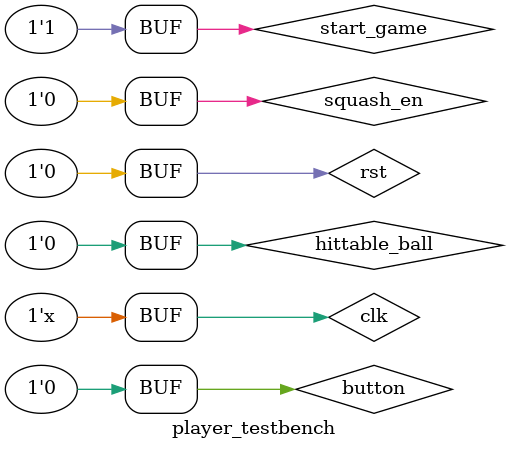
<source format=v>
`timescale 1ns / 1ps


module player_testbench(

    );
    
    wire return;
    wire [1:0] life;
    wire match;
    reg button, hittable_ball, start_game, clk, rst, squash_en;
    
    player b(return, life, match, button, hittable_ball, start_game, clk, rst, squash_en);

initial begin
    rst = 1;
    squash_en = 0;
    clk = 0;
    button = 0;
    hittable_ball = 0;
    start_game = 1;
    
    #(10) rst = 0;
    
    #(20) hittable_ball = 1;
//    #(10) button = 1;
//    #(20) button = 0;
    #(50) hittable_ball = 0;
    
    
//    #(5) button = 1;
//    #(20) button = 0;
//    #(5) button = 1;
//    #(20) button = 0;
//    #(5) button = 1;
//    #(20) button = 0;


    #(100) hittable_ball = 1;
    #(50) hittable_ball = 0;
    
    
    #(10) button = 1;
    #(100) button = 0;
end

always begin
    #(10) clk = ~clk;
end
    
endmodule

</source>
